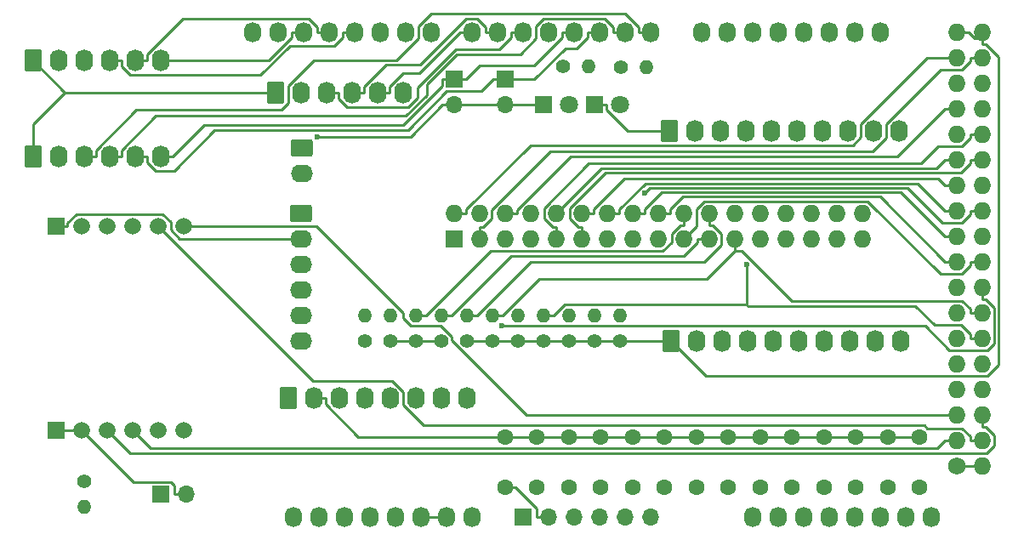
<source format=gbr>
G04 #@! TF.GenerationSoftware,KiCad,Pcbnew,(6.0.7-1)-1*
G04 #@! TF.CreationDate,2023-05-21T10:58:45+10:00*
G04 #@! TF.ProjectId,F16 Input Shield with Ethernet,46313620-496e-4707-9574-20536869656c,rev?*
G04 #@! TF.SameCoordinates,Original*
G04 #@! TF.FileFunction,Copper,L1,Top*
G04 #@! TF.FilePolarity,Positive*
%FSLAX46Y46*%
G04 Gerber Fmt 4.6, Leading zero omitted, Abs format (unit mm)*
G04 Created by KiCad (PCBNEW (6.0.7-1)-1) date 2023-05-21 10:58:45*
%MOMM*%
%LPD*%
G01*
G04 APERTURE LIST*
G04 Aperture macros list*
%AMRoundRect*
0 Rectangle with rounded corners*
0 $1 Rounding radius*
0 $2 $3 $4 $5 $6 $7 $8 $9 X,Y pos of 4 corners*
0 Add a 4 corners polygon primitive as box body*
4,1,4,$2,$3,$4,$5,$6,$7,$8,$9,$2,$3,0*
0 Add four circle primitives for the rounded corners*
1,1,$1+$1,$2,$3*
1,1,$1+$1,$4,$5*
1,1,$1+$1,$6,$7*
1,1,$1+$1,$8,$9*
0 Add four rect primitives between the rounded corners*
20,1,$1+$1,$2,$3,$4,$5,0*
20,1,$1+$1,$4,$5,$6,$7,0*
20,1,$1+$1,$6,$7,$8,$9,0*
20,1,$1+$1,$8,$9,$2,$3,0*%
G04 Aperture macros list end*
G04 #@! TA.AperFunction,ComponentPad*
%ADD10C,1.727200*%
G04 #@! TD*
G04 #@! TA.AperFunction,ComponentPad*
%ADD11O,1.727200X1.727200*%
G04 #@! TD*
G04 #@! TA.AperFunction,ComponentPad*
%ADD12O,1.727200X2.032000*%
G04 #@! TD*
G04 #@! TA.AperFunction,ComponentPad*
%ADD13R,1.700000X1.700000*%
G04 #@! TD*
G04 #@! TA.AperFunction,ComponentPad*
%ADD14O,1.700000X1.700000*%
G04 #@! TD*
G04 #@! TA.AperFunction,ComponentPad*
%ADD15R,1.727200X1.727200*%
G04 #@! TD*
G04 #@! TA.AperFunction,ComponentPad*
%ADD16C,1.400000*%
G04 #@! TD*
G04 #@! TA.AperFunction,ComponentPad*
%ADD17O,1.400000X1.400000*%
G04 #@! TD*
G04 #@! TA.AperFunction,ComponentPad*
%ADD18RoundRect,0.250000X-0.620000X-0.850000X0.620000X-0.850000X0.620000X0.850000X-0.620000X0.850000X0*%
G04 #@! TD*
G04 #@! TA.AperFunction,ComponentPad*
%ADD19O,1.740000X2.200000*%
G04 #@! TD*
G04 #@! TA.AperFunction,ComponentPad*
%ADD20C,1.600000*%
G04 #@! TD*
G04 #@! TA.AperFunction,ComponentPad*
%ADD21R,1.800000X1.800000*%
G04 #@! TD*
G04 #@! TA.AperFunction,ComponentPad*
%ADD22C,1.800000*%
G04 #@! TD*
G04 #@! TA.AperFunction,ComponentPad*
%ADD23RoundRect,0.250000X-0.850000X0.620000X-0.850000X-0.620000X0.850000X-0.620000X0.850000X0.620000X0*%
G04 #@! TD*
G04 #@! TA.AperFunction,ComponentPad*
%ADD24O,2.200000X1.740000*%
G04 #@! TD*
G04 #@! TA.AperFunction,ComponentPad*
%ADD25R,1.665000X1.665000*%
G04 #@! TD*
G04 #@! TA.AperFunction,ComponentPad*
%ADD26C,1.665000*%
G04 #@! TD*
G04 #@! TA.AperFunction,ViaPad*
%ADD27C,0.600000*%
G04 #@! TD*
G04 #@! TA.AperFunction,Conductor*
%ADD28C,0.250000*%
G04 #@! TD*
G04 APERTURE END LIST*
D10*
X197358000Y-114046000D03*
D11*
X199898000Y-114046000D03*
X197358000Y-111506000D03*
X199898000Y-111506000D03*
X197358000Y-108966000D03*
X199898000Y-108966000D03*
X197358000Y-106426000D03*
X199898000Y-106426000D03*
X197358000Y-103886000D03*
X199898000Y-103886000D03*
X197358000Y-101346000D03*
X199898000Y-101346000D03*
X197358000Y-98806000D03*
X199898000Y-98806000D03*
X197358000Y-96266000D03*
X199898000Y-96266000D03*
X197358000Y-93726000D03*
X199898000Y-93726000D03*
X197358000Y-91186000D03*
X199898000Y-91186000D03*
X197358000Y-88646000D03*
X199898000Y-88646000D03*
X197358000Y-86106000D03*
X199898000Y-86106000D03*
X197358000Y-83566000D03*
X199898000Y-83566000D03*
X197358000Y-81026000D03*
X199898000Y-81026000D03*
X197358000Y-78486000D03*
X199898000Y-78486000D03*
X197358000Y-75946000D03*
X199898000Y-75946000D03*
X197358000Y-73406000D03*
X199898000Y-73406000D03*
X197358000Y-70866000D03*
X199898000Y-70866000D03*
D12*
X131318000Y-119126000D03*
X133858000Y-119126000D03*
X136398000Y-119126000D03*
X138938000Y-119126000D03*
X141478000Y-119126000D03*
X144018000Y-119126000D03*
X146558000Y-119126000D03*
X149098000Y-119126000D03*
D13*
X154178000Y-119126000D03*
D14*
X156718000Y-119126000D03*
X159258000Y-119126000D03*
X161798000Y-119126000D03*
X164338000Y-119126000D03*
X166878000Y-119126000D03*
D12*
X177038000Y-119126000D03*
X179578000Y-119126000D03*
X182118000Y-119126000D03*
X184658000Y-119126000D03*
X187198000Y-119126000D03*
X189738000Y-119126000D03*
X192278000Y-119126000D03*
X194818000Y-119126000D03*
X127254000Y-70866000D03*
X129794000Y-70866000D03*
X132334000Y-70866000D03*
X134874000Y-70866000D03*
X137414000Y-70866000D03*
X139954000Y-70866000D03*
X142494000Y-70866000D03*
X145034000Y-70866000D03*
X149098000Y-70866000D03*
X151638000Y-70866000D03*
X154178000Y-70866000D03*
X156718000Y-70866000D03*
X159258000Y-70866000D03*
X161798000Y-70866000D03*
X164338000Y-70866000D03*
X166878000Y-70866000D03*
X171958000Y-70866000D03*
X174498000Y-70866000D03*
X177038000Y-70866000D03*
X179578000Y-70866000D03*
X182118000Y-70866000D03*
X184658000Y-70866000D03*
X187198000Y-70866000D03*
X189738000Y-70866000D03*
D15*
X147320000Y-91440000D03*
D11*
X147320000Y-88900000D03*
X149860000Y-91440000D03*
X149860000Y-88900000D03*
X152400000Y-91440000D03*
X152400000Y-88900000D03*
X154940000Y-91440000D03*
X154940000Y-88900000D03*
X157480000Y-91440000D03*
X157480000Y-88900000D03*
X160020000Y-91440000D03*
X160020000Y-88900000D03*
X162560000Y-91440000D03*
X162560000Y-88900000D03*
X165100000Y-91440000D03*
X165100000Y-88900000D03*
X167640000Y-91440000D03*
X167640000Y-88900000D03*
X170180000Y-91440000D03*
X170180000Y-88900000D03*
X172720000Y-91440000D03*
X172720000Y-88900000D03*
X175260000Y-91440000D03*
X175260000Y-88900000D03*
X177800000Y-91440000D03*
X177800000Y-88900000D03*
X180340000Y-91440000D03*
X180340000Y-88900000D03*
X182880000Y-91440000D03*
X182880000Y-88900000D03*
X185420000Y-91440000D03*
X185420000Y-88900000D03*
X187960000Y-91440000D03*
X187960000Y-88900000D03*
D16*
X138430000Y-101600000D03*
D17*
X138430000Y-99060000D03*
D16*
X140970000Y-101600000D03*
D17*
X140970000Y-99060000D03*
D16*
X143510000Y-101600000D03*
D17*
X143510000Y-99060000D03*
D16*
X146050000Y-101600000D03*
D17*
X146050000Y-99060000D03*
D16*
X148590000Y-101600000D03*
D17*
X148590000Y-99060000D03*
D16*
X151130000Y-101600000D03*
D17*
X151130000Y-99060000D03*
D16*
X153670000Y-101600000D03*
D17*
X153670000Y-99060000D03*
D16*
X156210000Y-101600000D03*
D17*
X156210000Y-99060000D03*
D16*
X158750000Y-101600000D03*
D17*
X158750000Y-99060000D03*
D16*
X161290000Y-101600000D03*
D17*
X161290000Y-99060000D03*
D18*
X168910000Y-101600000D03*
D19*
X171450000Y-101600000D03*
X173990000Y-101600000D03*
X176530000Y-101600000D03*
X179070000Y-101600000D03*
X181610000Y-101600000D03*
X184150000Y-101600000D03*
X186690000Y-101600000D03*
X189230000Y-101600000D03*
X191770000Y-101600000D03*
D18*
X168757600Y-80683400D03*
D19*
X171297600Y-80683400D03*
X173837600Y-80683400D03*
X176377600Y-80683400D03*
X178917600Y-80683400D03*
X181457600Y-80683400D03*
X183997600Y-80683400D03*
X186537600Y-80683400D03*
X189077600Y-80683400D03*
X191617600Y-80683400D03*
D18*
X130810000Y-107315000D03*
D19*
X133350000Y-107315000D03*
X135890000Y-107315000D03*
X138430000Y-107315000D03*
X140970000Y-107315000D03*
X143510000Y-107315000D03*
X146050000Y-107315000D03*
X148590000Y-107315000D03*
D20*
X193675000Y-116165000D03*
X193675000Y-111165000D03*
X165100000Y-116165000D03*
X165100000Y-111165000D03*
X190500000Y-116165000D03*
X190500000Y-111165000D03*
X187325000Y-116165000D03*
X187325000Y-111165000D03*
X158750000Y-116165000D03*
X158750000Y-111165000D03*
X184150000Y-116165000D03*
X184150000Y-111165000D03*
X152400000Y-116165000D03*
X152400000Y-111165000D03*
X180975000Y-116165000D03*
X180975000Y-111165000D03*
X155575000Y-116165000D03*
X155575000Y-111165000D03*
X177800000Y-116165000D03*
X177800000Y-111165000D03*
X171450000Y-116165000D03*
X171450000Y-111165000D03*
X174625000Y-116165000D03*
X174625000Y-111165000D03*
X161925000Y-116165000D03*
X161925000Y-111165000D03*
D16*
X163830000Y-101600000D03*
D17*
X163830000Y-99060000D03*
D18*
X105410000Y-83205000D03*
D19*
X107950000Y-83205000D03*
X110490000Y-83205000D03*
X113030000Y-83205000D03*
X115570000Y-83205000D03*
X118110000Y-83205000D03*
D18*
X129540000Y-76855000D03*
D19*
X132080000Y-76855000D03*
X134620000Y-76855000D03*
X137160000Y-76855000D03*
X139700000Y-76855000D03*
X142240000Y-76855000D03*
D18*
X105410000Y-73680000D03*
D19*
X107950000Y-73680000D03*
X110490000Y-73680000D03*
X113030000Y-73680000D03*
X115570000Y-73680000D03*
X118110000Y-73680000D03*
D21*
X161285000Y-78105000D03*
D22*
X163825000Y-78105000D03*
D21*
X156210000Y-78105000D03*
D22*
X158750000Y-78105000D03*
D23*
X132187000Y-82423000D03*
D24*
X132187000Y-84963000D03*
D23*
X132060000Y-88900000D03*
D24*
X132060000Y-91440000D03*
X132060000Y-93980000D03*
X132060000Y-96520000D03*
X132060000Y-99060000D03*
X132060000Y-101600000D03*
D13*
X152400000Y-75565000D03*
D14*
X152400000Y-78105000D03*
D13*
X147320000Y-75560000D03*
D14*
X147320000Y-78100000D03*
D16*
X163957000Y-74345800D03*
D17*
X166497000Y-74345800D03*
D16*
X158165000Y-74295000D03*
D17*
X160705000Y-74295000D03*
D20*
X168275000Y-116165000D03*
X168275000Y-111165000D03*
D25*
X107665000Y-110490000D03*
D26*
X110205000Y-110490000D03*
X112745000Y-110490000D03*
X115285000Y-110490000D03*
X117825000Y-110490000D03*
X120365000Y-110490000D03*
D25*
X107665000Y-90170000D03*
D26*
X110205000Y-90170000D03*
X112745000Y-90170000D03*
X115285000Y-90170000D03*
X117825000Y-90170000D03*
X120365000Y-90170000D03*
D13*
X118110000Y-116840000D03*
D14*
X120650000Y-116840000D03*
D16*
X110490000Y-115620000D03*
D17*
X110490000Y-118160000D03*
D27*
X133722100Y-81280700D03*
X166265900Y-86911500D03*
X152066900Y-100064700D03*
X176417300Y-94011600D03*
D28*
X198709100Y-111134400D02*
X198709100Y-111506000D01*
X197891800Y-110317100D02*
X198709100Y-111134400D01*
X194418700Y-110317100D02*
X197891800Y-110317100D01*
X194115100Y-110013500D02*
X194418700Y-110317100D01*
X144254200Y-110013500D02*
X194115100Y-110013500D01*
X142240000Y-107999300D02*
X144254200Y-110013500D01*
X142240000Y-106655600D02*
X142240000Y-107999300D01*
X141183700Y-105599300D02*
X142240000Y-106655600D01*
X133254300Y-105599300D02*
X141183700Y-105599300D01*
X117825000Y-90170000D02*
X133254300Y-105599300D01*
X199898000Y-111506000D02*
X198709100Y-111506000D01*
X133577800Y-90170000D02*
X120365000Y-90170000D01*
X142240000Y-98832200D02*
X133577800Y-90170000D01*
X142240000Y-99310900D02*
X142240000Y-98832200D01*
X143014500Y-100085400D02*
X142240000Y-99310900D01*
X146001200Y-100085400D02*
X143014500Y-100085400D01*
X147075400Y-101159600D02*
X146001200Y-100085400D01*
X147075400Y-101536800D02*
X147075400Y-101159600D01*
X154504600Y-108966000D02*
X147075400Y-101536800D01*
X197358000Y-108966000D02*
X154504600Y-108966000D01*
X197358000Y-111506000D02*
X196169100Y-111506000D01*
X117092500Y-112297500D02*
X115285000Y-110490000D01*
X195377600Y-112297500D02*
X117092500Y-112297500D01*
X196169100Y-111506000D02*
X195377600Y-112297500D01*
X200269600Y-110154900D02*
X199898000Y-110154900D01*
X201086900Y-110972200D02*
X200269600Y-110154900D01*
X201086900Y-112047700D02*
X201086900Y-110972200D01*
X200358600Y-112776000D02*
X201086900Y-112047700D01*
X115031000Y-112776000D02*
X200358600Y-112776000D01*
X112745000Y-110490000D02*
X115031000Y-112776000D01*
X199898000Y-108966000D02*
X199898000Y-110154900D01*
X136225100Y-71348800D02*
X136225100Y-70866000D01*
X135356400Y-72217500D02*
X136225100Y-71348800D01*
X130950600Y-72217500D02*
X135356400Y-72217500D01*
X128025200Y-75142900D02*
X130950600Y-72217500D01*
X115090500Y-75142900D02*
X128025200Y-75142900D01*
X114225300Y-74277700D02*
X115090500Y-75142900D01*
X114225300Y-73680000D02*
X114225300Y-74277700D01*
X113030000Y-73680000D02*
X114225300Y-73680000D01*
X137414000Y-70866000D02*
X136225100Y-70866000D01*
X133685100Y-70345900D02*
X133685100Y-70866000D01*
X132859800Y-69520600D02*
X133685100Y-70345900D01*
X120327100Y-69520600D02*
X132859800Y-69520600D01*
X116765300Y-73082400D02*
X120327100Y-69520600D01*
X116765300Y-73680000D02*
X116765300Y-73082400D01*
X115570000Y-73680000D02*
X116765300Y-73680000D01*
X134874000Y-70866000D02*
X133685100Y-70866000D01*
X131145100Y-71367400D02*
X131145100Y-70866000D01*
X128832500Y-73680000D02*
X131145100Y-71367400D01*
X118110000Y-73680000D02*
X128832500Y-73680000D01*
X132334000Y-70866000D02*
X131145100Y-70866000D01*
X135815300Y-77452700D02*
X135815300Y-76855000D01*
X136649200Y-78286600D02*
X135815300Y-77452700D01*
X142781200Y-78286600D02*
X136649200Y-78286600D01*
X143701500Y-77366300D02*
X142781200Y-78286600D01*
X143701500Y-76341600D02*
X143701500Y-77366300D01*
X147473000Y-72570100D02*
X143701500Y-76341600D01*
X151805100Y-72570100D02*
X147473000Y-72570100D01*
X152989100Y-71386100D02*
X151805100Y-72570100D01*
X152989100Y-70866000D02*
X152989100Y-71386100D01*
X154178000Y-70866000D02*
X152989100Y-70866000D01*
X134620000Y-76855000D02*
X135815300Y-76855000D01*
X151638000Y-70866000D02*
X150449100Y-70866000D01*
X137160000Y-76855000D02*
X138355300Y-76855000D01*
X150449100Y-70345900D02*
X150449100Y-70866000D01*
X149625400Y-69522200D02*
X150449100Y-70345900D01*
X148515000Y-69522200D02*
X149625400Y-69522200D01*
X143953800Y-74083400D02*
X148515000Y-69522200D01*
X140529200Y-74083400D02*
X143953800Y-74083400D01*
X138355300Y-76257300D02*
X140529200Y-74083400D01*
X138355300Y-76855000D02*
X138355300Y-76257300D01*
X140895300Y-76257300D02*
X140895300Y-76855000D01*
X142210600Y-74942000D02*
X140895300Y-76257300D01*
X143833100Y-74942000D02*
X142210600Y-74942000D01*
X147909100Y-70866000D02*
X143833100Y-74942000D01*
X149098000Y-70866000D02*
X147909100Y-70866000D01*
X139700000Y-76855000D02*
X140895300Y-76855000D01*
X165689100Y-70345900D02*
X165689100Y-70866000D01*
X164359500Y-69016300D02*
X165689100Y-70345900D01*
X145003200Y-69016300D02*
X164359500Y-69016300D01*
X143764000Y-70255500D02*
X145003200Y-69016300D01*
X143764000Y-71473900D02*
X143764000Y-70255500D01*
X141604900Y-73633000D02*
X143764000Y-71473900D01*
X133378500Y-73633000D02*
X141604900Y-73633000D01*
X130810500Y-76201000D02*
X133378500Y-73633000D01*
X130810500Y-77889800D02*
X130810500Y-76201000D01*
X130098800Y-78601500D02*
X130810500Y-77889800D01*
X115691100Y-78601500D02*
X130098800Y-78601500D01*
X111685300Y-82607300D02*
X115691100Y-78601500D01*
X111685300Y-83205000D02*
X111685300Y-82607300D01*
X110490000Y-83205000D02*
X111685300Y-83205000D01*
X166878000Y-70866000D02*
X165689100Y-70866000D01*
X113030000Y-83205000D02*
X114225300Y-83205000D01*
X164338000Y-70866000D02*
X163149100Y-70866000D01*
X163149100Y-70345900D02*
X163149100Y-70866000D01*
X162319900Y-69516700D02*
X163149100Y-70345900D01*
X156197600Y-69516700D02*
X162319900Y-69516700D01*
X155448000Y-70266300D02*
X156197600Y-69516700D01*
X155448000Y-71502700D02*
X155448000Y-70266300D01*
X153886100Y-73064600D02*
X155448000Y-71502700D01*
X147615400Y-73064600D02*
X153886100Y-73064600D01*
X144602100Y-76077900D02*
X147615400Y-73064600D01*
X144602100Y-77102600D02*
X144602100Y-76077900D01*
X142502900Y-79201800D02*
X144602100Y-77102600D01*
X117630900Y-79201800D02*
X142502900Y-79201800D01*
X114225300Y-82607400D02*
X117630900Y-79201800D01*
X114225300Y-83205000D02*
X114225300Y-82607400D01*
X161798000Y-70866000D02*
X160609100Y-70866000D01*
X115570000Y-83205000D02*
X116765300Y-83205000D01*
X160609100Y-71386100D02*
X160609100Y-70866000D01*
X159519900Y-72475300D02*
X160609100Y-71386100D01*
X158380000Y-72475300D02*
X159519900Y-72475300D01*
X155290300Y-75565000D02*
X158380000Y-72475300D01*
X152400000Y-75565000D02*
X155290300Y-75565000D01*
X116765300Y-83802700D02*
X116765300Y-83205000D01*
X117612600Y-84650000D02*
X116765300Y-83802700D01*
X119441300Y-84650000D02*
X117612600Y-84650000D01*
X123485900Y-80605400D02*
X119441300Y-84650000D01*
X142731700Y-80605400D02*
X123485900Y-80605400D01*
X146601700Y-76735400D02*
X142731700Y-80605400D01*
X150054300Y-76735400D02*
X146601700Y-76735400D01*
X151224700Y-75565000D02*
X150054300Y-76735400D01*
X152400000Y-75565000D02*
X151224700Y-75565000D01*
X147320000Y-75560000D02*
X148495300Y-75560000D01*
X159258000Y-70866000D02*
X158069100Y-70866000D01*
X149857100Y-74198200D02*
X148495300Y-75560000D01*
X149857100Y-74198100D02*
X149857100Y-74198200D01*
X155257100Y-74198100D02*
X149857100Y-74198100D01*
X158069100Y-71386100D02*
X155257100Y-74198100D01*
X158069100Y-70866000D02*
X158069100Y-71386100D01*
X118110000Y-83205000D02*
X119305300Y-83205000D01*
X147320000Y-75560000D02*
X146144700Y-75560000D01*
X146144700Y-76196900D02*
X146144700Y-75560000D01*
X142241100Y-80100500D02*
X146144700Y-76196900D01*
X122409800Y-80100500D02*
X142241100Y-80100500D01*
X119305300Y-83205000D02*
X122409800Y-80100500D01*
X155542700Y-118318000D02*
X155542700Y-119126000D01*
X153389700Y-116165000D02*
X155542700Y-118318000D01*
X152400000Y-116165000D02*
X153389700Y-116165000D01*
X156718000Y-119126000D02*
X155542700Y-119126000D01*
X151812400Y-78105000D02*
X151224700Y-78105000D01*
X151812400Y-78105000D02*
X152400000Y-78105000D01*
X152400000Y-78105000D02*
X156210000Y-78105000D01*
X171450000Y-111165000D02*
X174625000Y-111165000D01*
X174625000Y-111165000D02*
X177800000Y-111165000D01*
X177800000Y-111165000D02*
X180975000Y-111165000D01*
X155575000Y-111165000D02*
X158750000Y-111165000D01*
X180975000Y-111165000D02*
X184150000Y-111165000D01*
X158750000Y-111165000D02*
X161925000Y-111165000D01*
X161925000Y-111165000D02*
X165100000Y-111165000D01*
X184150000Y-111165000D02*
X187325000Y-111165000D01*
X171450000Y-111165000D02*
X168275000Y-111165000D01*
X168275000Y-111165000D02*
X165100000Y-111165000D01*
X187325000Y-111165000D02*
X190500000Y-111165000D01*
X190500000Y-111165000D02*
X193675000Y-111165000D01*
X146558000Y-119126000D02*
X144018000Y-119126000D01*
X199898000Y-114046000D02*
X197358000Y-114046000D01*
X155575000Y-111165000D02*
X152400000Y-111165000D01*
X151219700Y-78100000D02*
X151224700Y-78105000D01*
X147320000Y-78100000D02*
X151219700Y-78100000D01*
X119987800Y-91440000D02*
X132060000Y-91440000D01*
X119095000Y-90547200D02*
X119987800Y-91440000D01*
X119095000Y-89779500D02*
X119095000Y-90547200D01*
X118301800Y-88986300D02*
X119095000Y-89779500D01*
X109717000Y-88986300D02*
X118301800Y-88986300D01*
X108822800Y-89880500D02*
X109717000Y-88986300D01*
X108822800Y-90170000D02*
X108822800Y-89880500D01*
X107665000Y-90170000D02*
X108822800Y-90170000D01*
X147320000Y-78100000D02*
X146144700Y-78100000D01*
X142964000Y-81280700D02*
X133722100Y-81280700D01*
X146144700Y-78100000D02*
X142964000Y-81280700D01*
X137797700Y-111165000D02*
X152400000Y-111165000D01*
X134545300Y-107912600D02*
X137797700Y-111165000D01*
X134545300Y-107315000D02*
X134545300Y-107912600D01*
X133350000Y-107315000D02*
X134545300Y-107315000D01*
X164629200Y-80683400D02*
X168757600Y-80683400D01*
X162510300Y-78564500D02*
X164629200Y-80683400D01*
X162510300Y-78105000D02*
X162510300Y-78564500D01*
X161285000Y-78105000D02*
X162510300Y-78105000D01*
X107665000Y-110490000D02*
X108822800Y-110490000D01*
X110205000Y-110490000D02*
X108822800Y-110490000D01*
X115379700Y-115664700D02*
X110205000Y-110490000D01*
X119107500Y-115664700D02*
X115379700Y-115664700D01*
X119474700Y-116031900D02*
X119107500Y-115664700D01*
X119474700Y-116840000D02*
X119474700Y-116031900D01*
X120650000Y-116840000D02*
X119474700Y-116840000D01*
X153670000Y-101600000D02*
X151130000Y-101600000D01*
X151130000Y-101600000D02*
X148590000Y-101600000D01*
X163830000Y-101600000D02*
X161290000Y-101600000D01*
X161290000Y-101600000D02*
X158750000Y-101600000D01*
X146050000Y-101600000D02*
X143510000Y-101600000D01*
X153670000Y-101600000D02*
X156210000Y-101600000D01*
X156210000Y-101600000D02*
X158750000Y-101600000D01*
X143510000Y-101600000D02*
X140970000Y-101600000D01*
X105410000Y-80030000D02*
X108585000Y-76855000D01*
X105410000Y-83205000D02*
X105410000Y-80030000D01*
X129540000Y-76855000D02*
X108585000Y-76855000D01*
X108585000Y-76855000D02*
X105410000Y-73680000D01*
X163830000Y-101600000D02*
X168910000Y-101600000D01*
X200269500Y-72054900D02*
X199898000Y-72054900D01*
X201548800Y-73334200D02*
X200269500Y-72054900D01*
X201548800Y-103961400D02*
X201548800Y-73334200D01*
X200428100Y-105082100D02*
X201548800Y-103961400D01*
X172392100Y-105082100D02*
X200428100Y-105082100D01*
X168910000Y-101600000D02*
X172392100Y-105082100D01*
X199898000Y-70866000D02*
X199898000Y-71460400D01*
X199898000Y-71460400D02*
X199898000Y-72054900D01*
X199141300Y-71460400D02*
X198546900Y-70866000D01*
X199898000Y-71460400D02*
X199141300Y-71460400D01*
X197358000Y-70866000D02*
X198546900Y-70866000D01*
X198709100Y-73777600D02*
X198709100Y-73406000D01*
X197891800Y-74594900D02*
X198709100Y-73777600D01*
X195774200Y-74594900D02*
X197891800Y-74594900D01*
X190347600Y-80021500D02*
X195774200Y-74594900D01*
X190347600Y-81339700D02*
X190347600Y-80021500D01*
X188972800Y-82714500D02*
X190347600Y-81339700D01*
X156898700Y-82714500D02*
X188972800Y-82714500D01*
X151048900Y-88564300D02*
X156898700Y-82714500D01*
X151048900Y-89433800D02*
X151048900Y-88564300D01*
X150231600Y-90251100D02*
X151048900Y-89433800D01*
X149860000Y-90251100D02*
X150231600Y-90251100D01*
X149860000Y-91440000D02*
X149860000Y-90251100D01*
X199898000Y-73406000D02*
X198709100Y-73406000D01*
X147320000Y-88900000D02*
X148508900Y-88900000D01*
X148508900Y-88528500D02*
X148508900Y-88900000D01*
X154902100Y-82135300D02*
X148508900Y-88528500D01*
X187016000Y-82135300D02*
X154902100Y-82135300D01*
X187821400Y-81329900D02*
X187016000Y-82135300D01*
X187821400Y-79994700D02*
X187821400Y-81329900D01*
X194410100Y-73406000D02*
X187821400Y-79994700D01*
X197358000Y-73406000D02*
X194410100Y-73406000D01*
X152400000Y-88900000D02*
X153588900Y-88900000D01*
X197358000Y-78486000D02*
X196169100Y-78486000D01*
X153588900Y-88568700D02*
X153588900Y-88900000D01*
X158896600Y-83261000D02*
X153588900Y-88568700D01*
X191394100Y-83261000D02*
X158896600Y-83261000D01*
X196169100Y-78486000D02*
X191394100Y-83261000D01*
X198709100Y-81397600D02*
X198709100Y-81026000D01*
X197891800Y-82214900D02*
X198709100Y-81397600D01*
X195516600Y-82214900D02*
X197891800Y-82214900D01*
X193795100Y-83936400D02*
X195516600Y-82214900D01*
X160730900Y-83936400D02*
X193795100Y-83936400D01*
X156289400Y-88377900D02*
X160730900Y-83936400D01*
X156289400Y-89432000D02*
X156289400Y-88377900D01*
X157108500Y-90251100D02*
X156289400Y-89432000D01*
X157480000Y-90251100D02*
X157108500Y-90251100D01*
X157480000Y-91440000D02*
X157480000Y-90251100D01*
X199898000Y-81026000D02*
X198709100Y-81026000D01*
X160020000Y-91440000D02*
X160020000Y-90251100D01*
X199898000Y-83566000D02*
X198709100Y-83566000D01*
X198709100Y-83937600D02*
X198709100Y-83566000D01*
X197809600Y-84837100D02*
X198709100Y-83937600D01*
X162389900Y-84837100D02*
X197809600Y-84837100D01*
X158829400Y-88397600D02*
X162389900Y-84837100D01*
X158829400Y-89432000D02*
X158829400Y-88397600D01*
X159648500Y-90251100D02*
X158829400Y-89432000D01*
X160020000Y-90251100D02*
X159648500Y-90251100D01*
X197358000Y-83566000D02*
X196169100Y-83566000D01*
X195348300Y-84386800D02*
X196169100Y-83566000D01*
X161993200Y-84386800D02*
X195348300Y-84386800D01*
X157480000Y-88900000D02*
X161993200Y-84386800D01*
X160020000Y-88900000D02*
X161208900Y-88900000D01*
X197358000Y-86106000D02*
X196169100Y-86106000D01*
X161208900Y-88528500D02*
X161208900Y-88900000D01*
X164277800Y-85459600D02*
X161208900Y-88528500D01*
X195522700Y-85459600D02*
X164277800Y-85459600D01*
X196169100Y-86106000D02*
X195522700Y-85459600D01*
X199898000Y-88646000D02*
X198709100Y-88646000D01*
X166817200Y-86360200D02*
X166265900Y-86911500D01*
X192460200Y-86360200D02*
X166817200Y-86360200D01*
X195934900Y-89834900D02*
X192460200Y-86360200D01*
X197891800Y-89834900D02*
X195934900Y-89834900D01*
X198709100Y-89017600D02*
X197891800Y-89834900D01*
X198709100Y-88646000D02*
X198709100Y-89017600D01*
X162560000Y-88900000D02*
X163748900Y-88900000D01*
X197358000Y-88646000D02*
X196169100Y-88646000D01*
X163748900Y-88503100D02*
X163748900Y-88900000D01*
X166342100Y-85909900D02*
X163748900Y-88503100D01*
X193433000Y-85909900D02*
X166342100Y-85909900D01*
X196169100Y-88646000D02*
X193433000Y-85909900D01*
X165100000Y-88900000D02*
X166288900Y-88900000D01*
X197358000Y-91186000D02*
X196169100Y-91186000D01*
X166288900Y-88528500D02*
X166288900Y-88900000D01*
X168006900Y-86810500D02*
X166288900Y-88528500D01*
X191793600Y-86810500D02*
X168006900Y-86810500D01*
X196169100Y-91186000D02*
X191793600Y-86810500D01*
X198709100Y-94097600D02*
X198709100Y-93726000D01*
X197891800Y-94914900D02*
X198709100Y-94097600D01*
X195711500Y-94914900D02*
X197891800Y-94914900D01*
X188507700Y-87711100D02*
X195711500Y-94914900D01*
X172185400Y-87711100D02*
X188507700Y-87711100D01*
X171450000Y-88446500D02*
X172185400Y-87711100D01*
X171450000Y-90170000D02*
X171450000Y-88446500D01*
X170180000Y-91440000D02*
X171450000Y-90170000D01*
X199898000Y-93726000D02*
X198709100Y-93726000D01*
X197358000Y-93726000D02*
X196169100Y-93726000D01*
X167640000Y-88900000D02*
X168828900Y-88900000D01*
X168828900Y-88528400D02*
X168828900Y-88900000D01*
X170096500Y-87260800D02*
X168828900Y-88528400D01*
X189703900Y-87260800D02*
X170096500Y-87260800D01*
X196169100Y-93726000D02*
X189703900Y-87260800D01*
X171531100Y-91811500D02*
X171531100Y-91440000D01*
X170198100Y-93144500D02*
X171531100Y-91811500D01*
X152990800Y-93144500D02*
X170198100Y-93144500D01*
X147075300Y-99060000D02*
X152990800Y-93144500D01*
X146050000Y-99060000D02*
X147075300Y-99060000D01*
X172720000Y-91440000D02*
X171531100Y-91440000D01*
X200269600Y-97454900D02*
X199898000Y-97454900D01*
X201086900Y-98272200D02*
X200269600Y-97454900D01*
X201086900Y-101883100D02*
X201086900Y-98272200D01*
X200425200Y-102544800D02*
X201086900Y-101883100D01*
X196629400Y-102544800D02*
X200425200Y-102544800D01*
X194203600Y-100119000D02*
X196629400Y-102544800D01*
X152121200Y-100119000D02*
X194203600Y-100119000D01*
X152066900Y-100064700D02*
X152121200Y-100119000D01*
X199898000Y-96266000D02*
X199898000Y-97454900D01*
X169808400Y-90088900D02*
X170180000Y-90088900D01*
X168991100Y-90906200D02*
X169808400Y-90088900D01*
X168991100Y-91770400D02*
X168991100Y-90906200D01*
X168096300Y-92665200D02*
X168991100Y-91770400D01*
X150930100Y-92665200D02*
X168096300Y-92665200D01*
X144535300Y-99060000D02*
X150930100Y-92665200D01*
X143510000Y-99060000D02*
X144535300Y-99060000D01*
X170180000Y-88900000D02*
X170180000Y-90088900D01*
X151130000Y-99060000D02*
X152155300Y-99060000D01*
X199898000Y-98806000D02*
X198709100Y-98806000D01*
X175260000Y-91440000D02*
X175260000Y-92628900D01*
X172439400Y-95449500D02*
X175260000Y-92628900D01*
X155765800Y-95449500D02*
X172439400Y-95449500D01*
X152155300Y-99060000D02*
X155765800Y-95449500D01*
X175919000Y-92628900D02*
X175260000Y-92628900D01*
X180907200Y-97617100D02*
X175919000Y-92628900D01*
X197891800Y-97617100D02*
X180907200Y-97617100D01*
X198709100Y-98434400D02*
X197891800Y-97617100D01*
X198709100Y-98806000D02*
X198709100Y-98434400D01*
X173091600Y-90088900D02*
X172720000Y-90088900D01*
X173908900Y-90906200D02*
X173091600Y-90088900D01*
X173908900Y-92002700D02*
X173908900Y-90906200D01*
X172185900Y-93725700D02*
X173908900Y-92002700D01*
X154949600Y-93725700D02*
X172185900Y-93725700D01*
X149615300Y-99060000D02*
X154949600Y-93725700D01*
X148590000Y-99060000D02*
X149615300Y-99060000D01*
X172720000Y-88900000D02*
X172720000Y-90088900D01*
X199898000Y-101346000D02*
X198709100Y-101346000D01*
X156210000Y-99060000D02*
X157235300Y-99060000D01*
X158293700Y-98001600D02*
X157235300Y-99060000D01*
X176417300Y-98001600D02*
X158293700Y-98001600D01*
X176417300Y-94011600D02*
X176417300Y-98001600D01*
X198709100Y-100974500D02*
X198709100Y-101346000D01*
X197759600Y-100025000D02*
X198709100Y-100974500D01*
X195166400Y-100025000D02*
X197759600Y-100025000D01*
X193247600Y-98106200D02*
X195166400Y-100025000D01*
X176521900Y-98106200D02*
X193247600Y-98106200D01*
X176417300Y-98001600D02*
X176521900Y-98106200D01*
M02*

</source>
